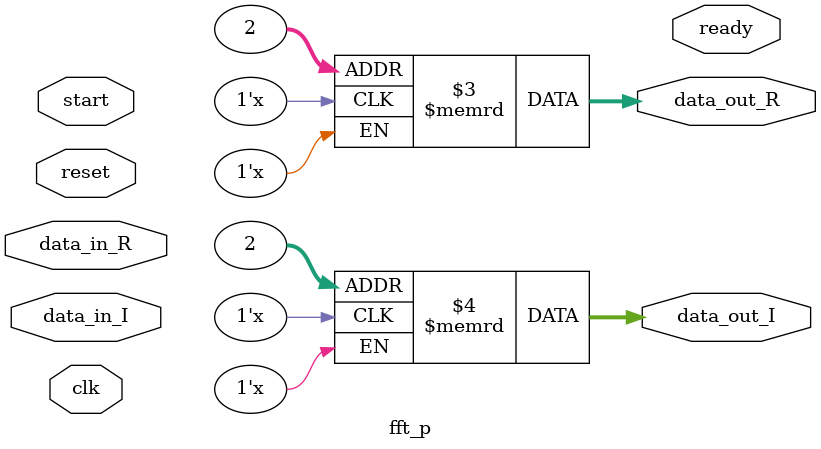
<source format=v>
`timescale 1ns / 1ps
module fft_p #(parameter FFT_SIZE = 8, parameter FFT_SIZE_LOG = 3, parameter WIDTH = 18, parameter DECIMAL = 10)(
input clk, 
input reset,
input wire [(FFT_SIZE/2)-1:0] start, 
input signed [(WIDTH*FFT_SIZE-1):0] data_in_R,
input signed [(WIDTH*FFT_SIZE-1):0] data_in_I,
output reg signed [(WIDTH*FFT_SIZE-1):0] data_out_R,
output reg signed [(WIDTH*FFT_SIZE-1):0] data_out_I,
output wire ready
    );
reg signed [(WIDTH*FFT_SIZE-1):0] stage_in_out_R [0:FFT_SIZE_LOG-1];
reg signed [(WIDTH*FFT_SIZE-1):0] stage_in_out_I [0:FFT_SIZE_LOG-1];
reg signed [(WIDTH*FFT_SIZE-1):0] stage_out_R;
reg signed [(WIDTH*FFT_SIZE-1):0] stage_out_I;
wire [(FFT_SIZE/2)-1:0] stage_ready [0:FFT_SIZE_LOG];


//TO DO: Reverse 


// Stage 0 
stageN #(.FFT_SIZE(FFT_SIZE),.FFT_SIZE_LOG(FFT_SIZE_LOG), .WIDTH(WIDTH), .STAGE(0)) stage (clk, start, data_in_R, data_in_I, stage_in_out_R[0], stage_in_out_I[0], stage_ready[0]);

//Stage 1 .. FFT_SIZE_LOG-1
genvar i;
generate 
    for (i = 1; i < FFT_SIZE_LOG; i = i+1)begin
        stageN #(.FFT_SIZE(FFT_SIZE),.FFT_SIZE_LOG(FFT_SIZE_LOG), .WIDTH(WIDTH), .STAGE(i)) stage (clk, stage_ready[i-1], stage_in_out_R[i-1], stage_in_out_I[i-1], stage_in_out_R[i], stage_in_out_I[i], stage_ready[i]);
        
    end
endgenerate

assign data_out_R = stage_in_out_R[FFT_SIZE_LOG-1];
assign data_out_I = stage_in_out_I[FFT_SIZE_LOG-1];

endmodule


</source>
